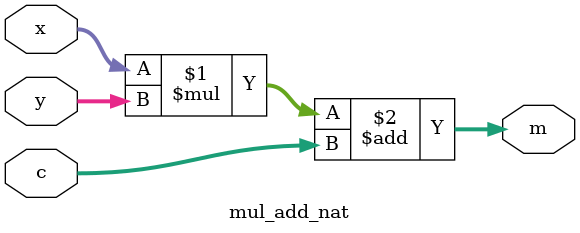
<source format=v>
module add( 
    x, y, c_in,
    s, c_out, ow    
);
    parameter N = 2;

    input [N-1:0] x, y;
    input c_in;

    output [N-1:0] s;
    output c_out, ow;

    assign #1 {c_out, s} = x + y + c_in;
    assign #1 ow = (x[N-1] == y[N-1]) && (x[N-1] != s[N-1]);

endmodule

// Moltiplicatore con addizionatore per naturali in base 2.
// Moltiplicando (x) e addendo (c) a N bit, moltiplicatore (y) a M bit.
// Risultato (m) su N+M bit
module mul_add_nat(
    x, y, c,
    m
);

    parameter N = 2;
    parameter M = 2;

    input [N-1:0] x, c;
    input [M-1:0] y;

    output [N+M-1:0] m;

    assign #1 m = (x * y) + c;

endmodule
</source>
